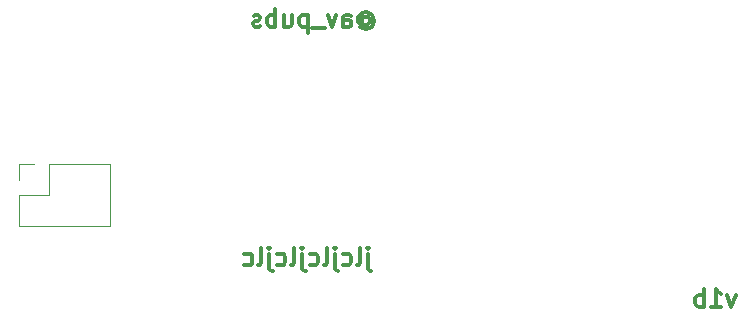
<source format=gbo>
G04 #@! TF.GenerationSoftware,KiCad,Pcbnew,(6.99.0-2103-gdc6c27b686)*
G04 #@! TF.CreationDate,2022-07-02T10:57:07+09:00*
G04 #@! TF.ProjectId,B2,42322e6b-6963-4616-945f-706362585858,rev?*
G04 #@! TF.SameCoordinates,Original*
G04 #@! TF.FileFunction,Legend,Bot*
G04 #@! TF.FilePolarity,Positive*
%FSLAX46Y46*%
G04 Gerber Fmt 4.6, Leading zero omitted, Abs format (unit mm)*
G04 Created by KiCad (PCBNEW (6.99.0-2103-gdc6c27b686)) date 2022-07-02 10:57:07*
%MOMM*%
%LPD*%
G01*
G04 APERTURE LIST*
%ADD10C,0.300000*%
%ADD11C,0.120000*%
%ADD12R,1.700000X1.700000*%
%ADD13O,1.700000X1.700000*%
G04 APERTURE END LIST*
D10*
X186249999Y-105351071D02*
X185892856Y-106351071D01*
X185892856Y-106351071D02*
X185535713Y-105351071D01*
X184178570Y-106351071D02*
X185035713Y-106351071D01*
X184607142Y-106351071D02*
X184607142Y-104851071D01*
X184607142Y-104851071D02*
X184749999Y-105065357D01*
X184749999Y-105065357D02*
X184892856Y-105208214D01*
X184892856Y-105208214D02*
X185035713Y-105279642D01*
X183535714Y-106351071D02*
X183535714Y-104851071D01*
X183535714Y-105422500D02*
X183392857Y-105351071D01*
X183392857Y-105351071D02*
X183107142Y-105351071D01*
X183107142Y-105351071D02*
X182964285Y-105422500D01*
X182964285Y-105422500D02*
X182892857Y-105493928D01*
X182892857Y-105493928D02*
X182821428Y-105636785D01*
X182821428Y-105636785D02*
X182821428Y-106065357D01*
X182821428Y-106065357D02*
X182892857Y-106208214D01*
X182892857Y-106208214D02*
X182964285Y-106279642D01*
X182964285Y-106279642D02*
X183107142Y-106351071D01*
X183107142Y-106351071D02*
X183392857Y-106351071D01*
X183392857Y-106351071D02*
X183535714Y-106279642D01*
X155114285Y-101851071D02*
X155114285Y-103136785D01*
X155114285Y-103136785D02*
X155185713Y-103279642D01*
X155185713Y-103279642D02*
X155328570Y-103351071D01*
X155328570Y-103351071D02*
X155399999Y-103351071D01*
X155114285Y-101351071D02*
X155185713Y-101422500D01*
X155185713Y-101422500D02*
X155114285Y-101493928D01*
X155114285Y-101493928D02*
X155042856Y-101422500D01*
X155042856Y-101422500D02*
X155114285Y-101351071D01*
X155114285Y-101351071D02*
X155114285Y-101493928D01*
X154185713Y-102851071D02*
X154328570Y-102779642D01*
X154328570Y-102779642D02*
X154399999Y-102636785D01*
X154399999Y-102636785D02*
X154399999Y-101351071D01*
X152971428Y-102779642D02*
X153114285Y-102851071D01*
X153114285Y-102851071D02*
X153399999Y-102851071D01*
X153399999Y-102851071D02*
X153542856Y-102779642D01*
X153542856Y-102779642D02*
X153614285Y-102708214D01*
X153614285Y-102708214D02*
X153685713Y-102565357D01*
X153685713Y-102565357D02*
X153685713Y-102136785D01*
X153685713Y-102136785D02*
X153614285Y-101993928D01*
X153614285Y-101993928D02*
X153542856Y-101922500D01*
X153542856Y-101922500D02*
X153399999Y-101851071D01*
X153399999Y-101851071D02*
X153114285Y-101851071D01*
X153114285Y-101851071D02*
X152971428Y-101922500D01*
X152328571Y-101851071D02*
X152328571Y-103136785D01*
X152328571Y-103136785D02*
X152399999Y-103279642D01*
X152399999Y-103279642D02*
X152542856Y-103351071D01*
X152542856Y-103351071D02*
X152614285Y-103351071D01*
X152328571Y-101351071D02*
X152399999Y-101422500D01*
X152399999Y-101422500D02*
X152328571Y-101493928D01*
X152328571Y-101493928D02*
X152257142Y-101422500D01*
X152257142Y-101422500D02*
X152328571Y-101351071D01*
X152328571Y-101351071D02*
X152328571Y-101493928D01*
X151399999Y-102851071D02*
X151542856Y-102779642D01*
X151542856Y-102779642D02*
X151614285Y-102636785D01*
X151614285Y-102636785D02*
X151614285Y-101351071D01*
X150185714Y-102779642D02*
X150328571Y-102851071D01*
X150328571Y-102851071D02*
X150614285Y-102851071D01*
X150614285Y-102851071D02*
X150757142Y-102779642D01*
X150757142Y-102779642D02*
X150828571Y-102708214D01*
X150828571Y-102708214D02*
X150899999Y-102565357D01*
X150899999Y-102565357D02*
X150899999Y-102136785D01*
X150899999Y-102136785D02*
X150828571Y-101993928D01*
X150828571Y-101993928D02*
X150757142Y-101922500D01*
X150757142Y-101922500D02*
X150614285Y-101851071D01*
X150614285Y-101851071D02*
X150328571Y-101851071D01*
X150328571Y-101851071D02*
X150185714Y-101922500D01*
X149542857Y-101851071D02*
X149542857Y-103136785D01*
X149542857Y-103136785D02*
X149614285Y-103279642D01*
X149614285Y-103279642D02*
X149757142Y-103351071D01*
X149757142Y-103351071D02*
X149828571Y-103351071D01*
X149542857Y-101351071D02*
X149614285Y-101422500D01*
X149614285Y-101422500D02*
X149542857Y-101493928D01*
X149542857Y-101493928D02*
X149471428Y-101422500D01*
X149471428Y-101422500D02*
X149542857Y-101351071D01*
X149542857Y-101351071D02*
X149542857Y-101493928D01*
X148614285Y-102851071D02*
X148757142Y-102779642D01*
X148757142Y-102779642D02*
X148828571Y-102636785D01*
X148828571Y-102636785D02*
X148828571Y-101351071D01*
X147400000Y-102779642D02*
X147542857Y-102851071D01*
X147542857Y-102851071D02*
X147828571Y-102851071D01*
X147828571Y-102851071D02*
X147971428Y-102779642D01*
X147971428Y-102779642D02*
X148042857Y-102708214D01*
X148042857Y-102708214D02*
X148114285Y-102565357D01*
X148114285Y-102565357D02*
X148114285Y-102136785D01*
X148114285Y-102136785D02*
X148042857Y-101993928D01*
X148042857Y-101993928D02*
X147971428Y-101922500D01*
X147971428Y-101922500D02*
X147828571Y-101851071D01*
X147828571Y-101851071D02*
X147542857Y-101851071D01*
X147542857Y-101851071D02*
X147400000Y-101922500D01*
X146757143Y-101851071D02*
X146757143Y-103136785D01*
X146757143Y-103136785D02*
X146828571Y-103279642D01*
X146828571Y-103279642D02*
X146971428Y-103351071D01*
X146971428Y-103351071D02*
X147042857Y-103351071D01*
X146757143Y-101351071D02*
X146828571Y-101422500D01*
X146828571Y-101422500D02*
X146757143Y-101493928D01*
X146757143Y-101493928D02*
X146685714Y-101422500D01*
X146685714Y-101422500D02*
X146757143Y-101351071D01*
X146757143Y-101351071D02*
X146757143Y-101493928D01*
X145828571Y-102851071D02*
X145971428Y-102779642D01*
X145971428Y-102779642D02*
X146042857Y-102636785D01*
X146042857Y-102636785D02*
X146042857Y-101351071D01*
X144614286Y-102779642D02*
X144757143Y-102851071D01*
X144757143Y-102851071D02*
X145042857Y-102851071D01*
X145042857Y-102851071D02*
X145185714Y-102779642D01*
X145185714Y-102779642D02*
X145257143Y-102708214D01*
X145257143Y-102708214D02*
X145328571Y-102565357D01*
X145328571Y-102565357D02*
X145328571Y-102136785D01*
X145328571Y-102136785D02*
X145257143Y-101993928D01*
X145257143Y-101993928D02*
X145185714Y-101922500D01*
X145185714Y-101922500D02*
X145042857Y-101851071D01*
X145042857Y-101851071D02*
X144757143Y-101851071D01*
X144757143Y-101851071D02*
X144614286Y-101922500D01*
X154642856Y-81936785D02*
X154714285Y-81865357D01*
X154714285Y-81865357D02*
X154857142Y-81793928D01*
X154857142Y-81793928D02*
X154999999Y-81793928D01*
X154999999Y-81793928D02*
X155142856Y-81865357D01*
X155142856Y-81865357D02*
X155214285Y-81936785D01*
X155214285Y-81936785D02*
X155285713Y-82079642D01*
X155285713Y-82079642D02*
X155285713Y-82222500D01*
X155285713Y-82222500D02*
X155214285Y-82365357D01*
X155214285Y-82365357D02*
X155142856Y-82436785D01*
X155142856Y-82436785D02*
X154999999Y-82508214D01*
X154999999Y-82508214D02*
X154857142Y-82508214D01*
X154857142Y-82508214D02*
X154714285Y-82436785D01*
X154714285Y-82436785D02*
X154642856Y-82365357D01*
X154642856Y-81793928D02*
X154642856Y-82365357D01*
X154642856Y-82365357D02*
X154571428Y-82436785D01*
X154571428Y-82436785D02*
X154499999Y-82436785D01*
X154499999Y-82436785D02*
X154357142Y-82365357D01*
X154357142Y-82365357D02*
X154285713Y-82222500D01*
X154285713Y-82222500D02*
X154285713Y-81865357D01*
X154285713Y-81865357D02*
X154428571Y-81651071D01*
X154428571Y-81651071D02*
X154642856Y-81508214D01*
X154642856Y-81508214D02*
X154928571Y-81436785D01*
X154928571Y-81436785D02*
X155214285Y-81508214D01*
X155214285Y-81508214D02*
X155428571Y-81651071D01*
X155428571Y-81651071D02*
X155571428Y-81865357D01*
X155571428Y-81865357D02*
X155642856Y-82151071D01*
X155642856Y-82151071D02*
X155571428Y-82436785D01*
X155571428Y-82436785D02*
X155428571Y-82651071D01*
X155428571Y-82651071D02*
X155214285Y-82793928D01*
X155214285Y-82793928D02*
X154928571Y-82865357D01*
X154928571Y-82865357D02*
X154642856Y-82793928D01*
X154642856Y-82793928D02*
X154428571Y-82651071D01*
X153000000Y-82651071D02*
X153000000Y-81865357D01*
X153000000Y-81865357D02*
X153071428Y-81722500D01*
X153071428Y-81722500D02*
X153214285Y-81651071D01*
X153214285Y-81651071D02*
X153500000Y-81651071D01*
X153500000Y-81651071D02*
X153642857Y-81722500D01*
X153000000Y-82579642D02*
X153142857Y-82651071D01*
X153142857Y-82651071D02*
X153500000Y-82651071D01*
X153500000Y-82651071D02*
X153642857Y-82579642D01*
X153642857Y-82579642D02*
X153714285Y-82436785D01*
X153714285Y-82436785D02*
X153714285Y-82293928D01*
X153714285Y-82293928D02*
X153642857Y-82151071D01*
X153642857Y-82151071D02*
X153500000Y-82079642D01*
X153500000Y-82079642D02*
X153142857Y-82079642D01*
X153142857Y-82079642D02*
X153000000Y-82008214D01*
X152428571Y-81651071D02*
X152071428Y-82651071D01*
X152071428Y-82651071D02*
X151714285Y-81651071D01*
X151500000Y-82793928D02*
X150357142Y-82793928D01*
X150000000Y-81651071D02*
X150000000Y-83151071D01*
X150000000Y-81722500D02*
X149857143Y-81651071D01*
X149857143Y-81651071D02*
X149571428Y-81651071D01*
X149571428Y-81651071D02*
X149428571Y-81722500D01*
X149428571Y-81722500D02*
X149357143Y-81793928D01*
X149357143Y-81793928D02*
X149285714Y-81936785D01*
X149285714Y-81936785D02*
X149285714Y-82365357D01*
X149285714Y-82365357D02*
X149357143Y-82508214D01*
X149357143Y-82508214D02*
X149428571Y-82579642D01*
X149428571Y-82579642D02*
X149571428Y-82651071D01*
X149571428Y-82651071D02*
X149857143Y-82651071D01*
X149857143Y-82651071D02*
X150000000Y-82579642D01*
X148000000Y-81651071D02*
X148000000Y-82651071D01*
X148642857Y-81651071D02*
X148642857Y-82436785D01*
X148642857Y-82436785D02*
X148571428Y-82579642D01*
X148571428Y-82579642D02*
X148428571Y-82651071D01*
X148428571Y-82651071D02*
X148214285Y-82651071D01*
X148214285Y-82651071D02*
X148071428Y-82579642D01*
X148071428Y-82579642D02*
X148000000Y-82508214D01*
X147285714Y-82651071D02*
X147285714Y-81151071D01*
X147285714Y-81722500D02*
X147142857Y-81651071D01*
X147142857Y-81651071D02*
X146857142Y-81651071D01*
X146857142Y-81651071D02*
X146714285Y-81722500D01*
X146714285Y-81722500D02*
X146642857Y-81793928D01*
X146642857Y-81793928D02*
X146571428Y-81936785D01*
X146571428Y-81936785D02*
X146571428Y-82365357D01*
X146571428Y-82365357D02*
X146642857Y-82508214D01*
X146642857Y-82508214D02*
X146714285Y-82579642D01*
X146714285Y-82579642D02*
X146857142Y-82651071D01*
X146857142Y-82651071D02*
X147142857Y-82651071D01*
X147142857Y-82651071D02*
X147285714Y-82579642D01*
X145999999Y-82579642D02*
X145857142Y-82651071D01*
X145857142Y-82651071D02*
X145571428Y-82651071D01*
X145571428Y-82651071D02*
X145428571Y-82579642D01*
X145428571Y-82579642D02*
X145357142Y-82436785D01*
X145357142Y-82436785D02*
X145357142Y-82365357D01*
X145357142Y-82365357D02*
X145428571Y-82222500D01*
X145428571Y-82222500D02*
X145571428Y-82151071D01*
X145571428Y-82151071D02*
X145785714Y-82151071D01*
X145785714Y-82151071D02*
X145928571Y-82079642D01*
X145928571Y-82079642D02*
X145999999Y-81936785D01*
X145999999Y-81936785D02*
X145999999Y-81865357D01*
X145999999Y-81865357D02*
X145928571Y-81722500D01*
X145928571Y-81722500D02*
X145785714Y-81651071D01*
X145785714Y-81651071D02*
X145571428Y-81651071D01*
X145571428Y-81651071D02*
X145428571Y-81722500D01*
D11*
X133285000Y-94295000D02*
X133285000Y-99495000D01*
X128145000Y-94295000D02*
X133285000Y-94295000D01*
X128145000Y-94295000D02*
X128145000Y-96895000D01*
X126875000Y-94295000D02*
X125545000Y-94295000D01*
X125545000Y-94295000D02*
X125545000Y-95625000D01*
X128145000Y-96895000D02*
X125545000Y-96895000D01*
X125545000Y-96895000D02*
X125545000Y-99495000D01*
X125545000Y-99495000D02*
X133285000Y-99495000D01*
%LPC*%
D12*
X126874999Y-95624999D03*
D13*
X126874999Y-98164999D03*
X129414999Y-95624999D03*
X129414999Y-98164999D03*
X131954999Y-95624999D03*
X131954999Y-98164999D03*
M02*

</source>
